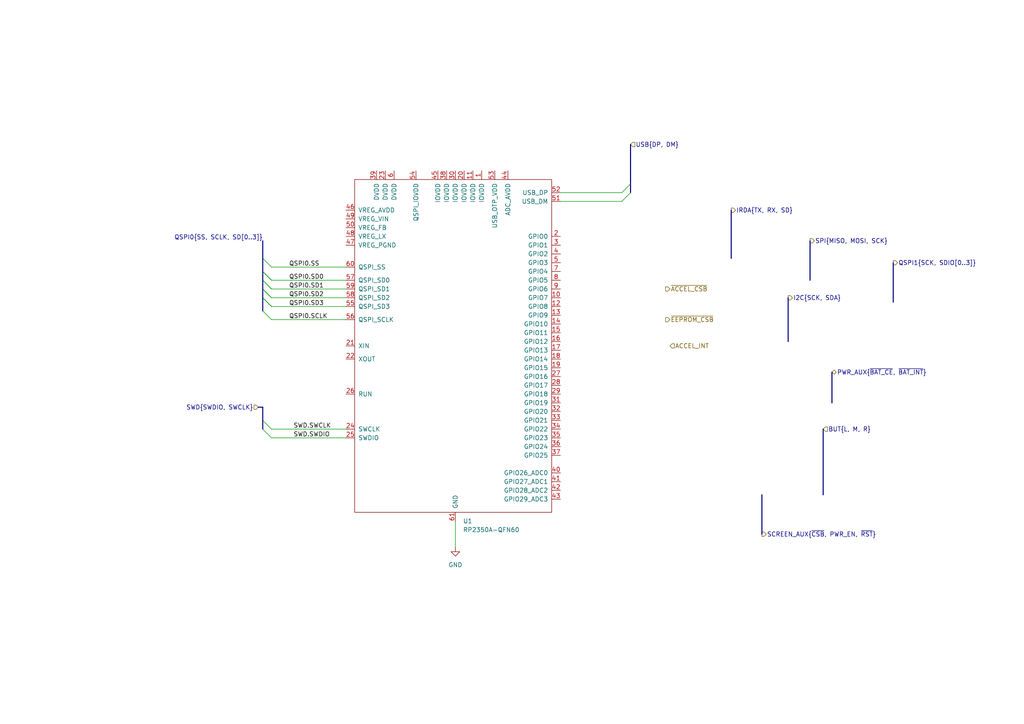
<source format=kicad_sch>
(kicad_sch (version 20231120) (generator "eeschema") (generator_version "8.0")
  (paper "A4")
  (lib_symbols
    (symbol "power:GND" (power) (pin_numbers hide) (pin_names (offset 0) hide)
      (property "Value" "GND" (at 0 -3.81 0))
      (symbol "GND_0_1"
        (polyline (pts (xy 0 0) (xy 0 -1.27) (xy 1.27 -1.27) (xy 0 -2.54) (xy -1.27 -1.27) (xy 0 -1.27)))
      )
      (symbol "GND_1_1"
        (pin power_in line (at 0 0 270) (length 0) (name "~") (number "1"))
      )
    )
    (symbol "rp2350a-qfn60:RP2350A-QFN60" (pin_names (offset 1.016))
      (property "Reference" "U" (at 0 -1.27 0))
      (property "Value" "RP2350A-QFN60" (at 0 1.27 0))
      (symbol "RP2350A-QFN60_0_1"
        (rectangle (start -29.21 44.45) (end 27.94 -52.07))
      )
      (symbol "RP2350A-QFN60_1_0"
        (pin passive line (at 0 -54.61 90) (length 2.54) (name "GND") (number "61"))
      )
      (symbol "RP2350A-QFN60_1_1"
        (pin power_in line (at 7.62 46.99 270) (length 2.54) (name "IOVDD") (number "1"))
        (pin bidirectional line (at 30.48 10.16 180) (length 2.54) (name "GPIO7") (number "10"))
        (pin power_in line (at 5.08 46.99 270) (length 2.54) (name "IOVDD") (number "11"))
        (pin bidirectional line (at 30.48 7.62 180) (length 2.54) (name "GPIO8") (number "12"))
        (pin bidirectional line (at 30.48 5.08 180) (length 2.54) (name "GPIO9") (number "13"))
        (pin bidirectional line (at 30.48 2.54 180) (length 2.54) (name "GPIO10") (number "14"))
        (pin bidirectional line (at 30.48 0 180) (length 2.54) (name "GPIO11") (number "15"))
        (pin bidirectional line (at 30.48 -2.54 180) (length 2.54) (name "GPIO12") (number "16"))
        (pin bidirectional line (at 30.48 -5.08 180) (length 2.54) (name "GPIO13") (number "17"))
        (pin bidirectional line (at 30.48 -7.62 180) (length 2.54) (name "GPIO14") (number "18"))
        (pin bidirectional line (at 30.48 -10.16 180) (length 2.54) (name "GPIO15") (number "19"))
        (pin bidirectional line (at 30.48 27.94 180) (length 2.54) (name "GPIO0") (number "2"))
        (pin power_in line (at 2.54 46.99 270) (length 2.54) (name "IOVDD") (number "20"))
        (pin input line (at -31.75 -3.81 0) (length 2.54) (name "XIN") (number "21"))
        (pin output line (at -31.75 -7.62 0) (length 2.54) (name "XOUT") (number "22"))
        (pin power_in line (at -20.32 46.99 270) (length 2.54) (name "DVDD") (number "23"))
        (pin input line (at -31.75 -27.94 0) (length 2.54) (name "SWCLK") (number "24"))
        (pin bidirectional line (at -31.75 -30.48 0) (length 2.54) (name "SWDIO") (number "25"))
        (pin input line (at -31.75 -17.78 0) (length 2.54) (name "RUN") (number "26"))
        (pin bidirectional line (at 30.48 -12.7 180) (length 2.54) (name "GPIO16") (number "27"))
        (pin bidirectional line (at 30.48 -15.24 180) (length 2.54) (name "GPIO17") (number "28"))
        (pin bidirectional line (at 30.48 -17.78 180) (length 2.54) (name "GPIO18") (number "29"))
        (pin bidirectional line (at 30.48 25.4 180) (length 2.54) (name "GPIO1") (number "3"))
        (pin power_in line (at 0 46.99 270) (length 2.54) (name "IOVDD") (number "30"))
        (pin bidirectional line (at 30.48 -20.32 180) (length 2.54) (name "GPIO19") (number "31"))
        (pin bidirectional line (at 30.48 -22.86 180) (length 2.54) (name "GPIO20") (number "32"))
        (pin bidirectional line (at 30.48 -25.4 180) (length 2.54) (name "GPIO21") (number "33"))
        (pin bidirectional line (at 30.48 -27.94 180) (length 2.54) (name "GPIO22") (number "34"))
        (pin bidirectional line (at 30.48 -30.48 180) (length 2.54) (name "GPIO23") (number "35"))
        (pin bidirectional line (at 30.48 -33.02 180) (length 2.54) (name "GPIO24") (number "36"))
        (pin bidirectional line (at 30.48 -35.56 180) (length 2.54) (name "GPIO25") (number "37"))
        (pin power_in line (at -2.54 46.99 270) (length 2.54) (name "IOVDD") (number "38"))
        (pin power_in line (at -22.86 46.99 270) (length 2.54) (name "DVDD") (number "39"))
        (pin bidirectional line (at 30.48 22.86 180) (length 2.54) (name "GPIO2") (number "4"))
        (pin bidirectional line (at 30.48 -40.64 180) (length 2.54) (name "GPIO26_ADC0") (number "40"))
        (pin bidirectional line (at 30.48 -43.18 180) (length 2.54) (name "GPIO27_ADC1") (number "41"))
        (pin bidirectional line (at 30.48 -45.72 180) (length 2.54) (name "GPIO28_ADC2") (number "42"))
        (pin bidirectional line (at 30.48 -48.26 180) (length 2.54) (name "GPIO29_ADC3") (number "43"))
        (pin power_in line (at 15.24 46.99 270) (length 2.54) (name "ADC_AVDD") (number "44"))
        (pin power_in line (at -5.08 46.99 270) (length 2.54) (name "IOVDD") (number "45"))
        (pin power_in line (at -31.75 35.56 0) (length 2.54) (name "VREG_AVDD") (number "46"))
        (pin input line (at -31.75 25.4 0) (length 2.54) (name "VREG_PGND") (number "47"))
        (pin power_out line (at -31.75 27.94 0) (length 2.54) (name "VREG_LX") (number "48"))
        (pin power_in line (at -31.75 33.02 0) (length 2.54) (name "VREG_VIN") (number "49"))
        (pin bidirectional line (at 30.48 20.32 180) (length 2.54) (name "GPIO3") (number "5"))
        (pin power_in line (at -31.75 30.48 0) (length 2.54) (name "VREG_FB") (number "50"))
        (pin bidirectional line (at 30.48 38.1 180) (length 2.54) (name "USB_DM") (number "51"))
        (pin bidirectional line (at 30.48 40.64 180) (length 2.54) (name "USB_DP") (number "52"))
        (pin power_in line (at 11.43 46.99 270) (length 2.54) (name "USB_OTP_VDD") (number "53"))
        (pin power_in line (at -11.43 46.99 270) (length 2.54) (name "QSPI_IOVDD") (number "54"))
        (pin bidirectional line (at -31.75 7.62 0) (length 2.54) (name "QSPI_SD3") (number "55"))
        (pin bidirectional line (at -31.75 3.81 0) (length 2.54) (name "QSPI_SCLK") (number "56"))
        (pin bidirectional line (at -31.75 15.24 0) (length 2.54) (name "QSPI_SD0") (number "57"))
        (pin bidirectional line (at -31.75 10.16 0) (length 2.54) (name "QSPI_SD2") (number "58"))
        (pin bidirectional line (at -31.75 12.7 0) (length 2.54) (name "QSPI_SD1") (number "59"))
        (pin power_in line (at -17.78 46.99 270) (length 2.54) (name "DVDD") (number "6"))
        (pin bidirectional line (at -31.75 19.05 0) (length 2.54) (name "QSPI_SS") (number "60"))
        (pin bidirectional line (at 30.48 17.78 180) (length 2.54) (name "GPIO4") (number "7"))
        (pin bidirectional line (at 30.48 15.24 180) (length 2.54) (name "GPIO5") (number "8"))
        (pin bidirectional line (at 30.48 12.7 180) (length 2.54) (name "GPIO6") (number "9"))
      )
    )
  )
  (bus_alias "USB" (members "{USB_DP,USB_DM}"))
  (bus_entry (at 76.2 83.82) (size 2.54 2.54))
  (bus_entry (at 180.34 55.88) (size 2.54 -2.54))
  (bus_entry (at 76.2 78.74) (size 2.54 2.54))
  (bus_entry (at 76.2 90.17) (size 2.54 2.54))
  (bus_entry (at 76.2 86.36) (size 2.54 2.54))
  (bus_entry (at 76.2 81.28) (size 2.54 2.54))
  (bus_entry (at 76.2 78.74) (size 2.54 2.54))
  (bus_entry (at 76.2 86.36) (size 2.54 2.54))
  (bus_entry (at 76.2 83.82) (size 2.54 2.54))
  (bus_entry (at 76.2 74.93) (size 2.54 2.54))
  (bus_entry (at 76.2 81.28) (size 2.54 2.54))
  (bus_entry (at 76.2 124.46) (size 2.54 2.54))
  (bus_entry (at 76.2 121.92) (size 2.54 2.54))
  (bus_entry (at 180.34 58.42) (size 2.54 -2.54))
  (bus (pts (xy 74.93 118.11) (xy 76.2 118.11)))
  (bus (pts (xy 76.2 78.74) (xy 76.2 81.28)))
  (wire (pts (xy 78.74 127) (xy 100.33 127)))
  (bus (pts (xy 76.2 81.28) (xy 76.2 83.82)))
  (wire (pts (xy 78.74 92.71) (xy 100.33 92.71)))
  (wire (pts (xy 162.56 55.88) (xy 180.34 55.88)))
  (bus (pts (xy 228.6 86.36) (xy 228.6 99.06)))
  (wire (pts (xy 78.74 83.82) (xy 100.33 83.82)))
  (bus (pts (xy 76.2 74.93) (xy 76.2 78.74)))
  (bus (pts (xy 76.2 118.11) (xy 76.2 121.92)))
  (bus (pts (xy 76.2 69.85) (xy 76.2 74.93)))
  (bus (pts (xy 212.09 60.96) (xy 212.09 74.93)))
  (bus (pts (xy 234.95 69.85) (xy 234.95 81.28)))
  (wire (pts (xy 132.08 151.13) (xy 132.08 158.75)))
  (bus (pts (xy 259.08 76.2) (xy 259.08 87.63)))
  (wire (pts (xy 78.74 77.47) (xy 100.33 77.47)))
  (wire (pts (xy 78.74 86.36) (xy 100.33 86.36)))
  (bus (pts (xy 182.88 41.91) (xy 182.88 53.34)))
  (wire (pts (xy 78.74 124.46) (xy 100.33 124.46)))
  (bus (pts (xy 76.2 83.82) (xy 76.2 86.36)))
  (wire (pts (xy 78.74 88.9) (xy 100.33 88.9)))
  (bus (pts (xy 238.76 124.46) (xy 238.76 143.51)))
  (bus (pts (xy 182.88 53.34) (xy 182.88 55.88)))
  (wire (pts (xy 78.74 81.28) (xy 100.33 81.28)))
  (bus (pts (xy 76.2 121.92) (xy 76.2 124.46)))
  (bus (pts (xy 220.98 143.51) (xy 220.98 154.94)))
  (bus (pts (xy 241.3 107.95) (xy 241.3 116.84)))
  (bus (pts (xy 76.2 86.36) (xy 76.2 90.17)))
  (wire (pts (xy 162.56 58.42) (xy 180.34 58.42)))
  (label "QSPI0.SD3" (at 83.82 88.9 0))
  (label "SWD.SWDIO" (at 85.09 127 0))
  (label "QSPI0.SCLK" (at 83.82 92.71 0))
  (label "QSPI0.SD0" (at 83.82 81.28 0))
  (label "QSPI0.SS" (at 83.82 77.47 0))
  (label "QSPI0.SD1" (at 83.82 83.82 0))
  (label "QSPI0{SS, SCLK, SD[0..3]}" (at 76.2 69.85 180))
  (label "QSPI0.SD2" (at 83.82 86.36 0))
  (label "SWD.SWCLK" (at 85.09 124.46 0))
  (hierarchical_label "SPI{MISO, MOSI, SCK}" (shape output) (at 234.95 69.85 0))
  (hierarchical_label "BUT{L, M, R}" (shape input) (at 238.76 124.46 0))
  (hierarchical_label "SWD{SWDIO, SWCLK}" (shape input) (at 74.93 118.11 180))
  (hierarchical_label "IRDA{TX, RX, SD}" (shape output) (at 212.09 60.96 0))
  (hierarchical_label "~{EEPROM_CSB}" (shape output) (at 193.04 92.71 0))
  (hierarchical_label "ACCEL_INT" (shape input) (at 194.31 100.33 0))
  (hierarchical_label "~{ACCEL_CSB}" (shape output) (at 193.04 83.82 0))
  (hierarchical_label "USB{DP, DM}" (shape input) (at 182.88 41.91 0))
  (hierarchical_label "I2C{SCK, SDA}" (shape output) (at 228.6 86.36 0))
  (hierarchical_label "PWR_AUX{~{BAT_CE}, ~{BAT_INT}}" (shape bidirectional) (at 241.3 107.95 0))
  (hierarchical_label "QSPI1{SCK, SDIO[0..3]}" (shape output) (at 259.08 76.2 0))
  (hierarchical_label "SCREEN_AUX{~{CSB}, PWR_EN, ~{RST}}" (shape output) (at 220.98 154.94 0))
  (symbol (lib_id "power:GND") (at 132.08 158.75 0) (unit 1)
    (property "Reference" "#PWR01" (effects (hide yes)))
    (property "Value" "GND" (at 132.08 163.83 0))
    (property "Description" "Power symbol creates a global label with name \"GND\" , ground" (effects (hide yes)))
  )
  (symbol (lib_id "rp2350a-qfn60:RP2350A-QFN60") (at 132.08 96.52 0) (unit 1)
    (property "Reference" "U1" (at 134.2741 151.13 0) (effects (justify left)))
    (property "Value" "RP2350A-QFN60" (at 134.2741 153.67 0) (effects (justify left)))
  )
)
</source>
